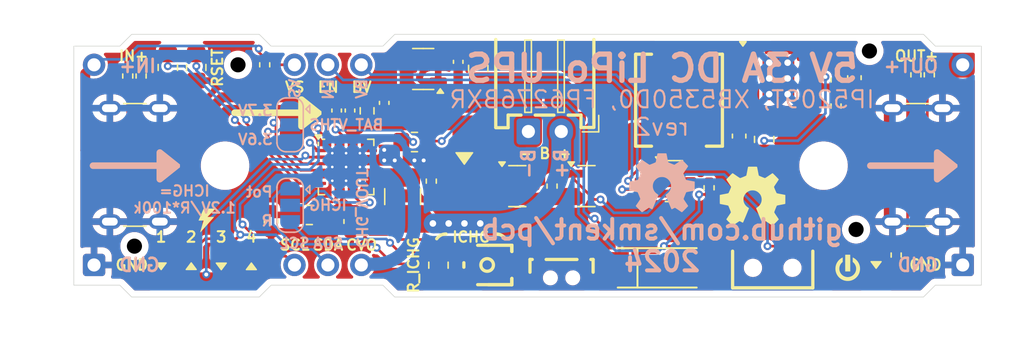
<source format=kicad_pcb>
(kicad_pcb (version 20240108) (generator "pcbnew") (generator_version "8.0")
  (layers (0 "F.Cu" signal) (31 "B.Cu" signal) (34 "B.Paste" user) (35 "F.Paste" user) (36 "B.SilkS" user "B.Silkscreen") (37 "F.SilkS" user "F.Silkscreen") (38 "B.Mask" user) (39 "F.Mask" user) (44 "Edge.Cuts" user))
  (net 0 "")
  (net 1 "B-")
  (net 2 "B+")
  (net 3 "BATVDD")
  (net 4 "GND")
  (net 5 "BOOST")
  (net 6 "VOUT")
  (net 7 "VIN")
  (net 8 "LOAD_SWITCH")
  (net 9 "SW")
  (net 10 "Net-(J1-CC1)")
  (net 11 "Net-(J1-CC2)")
  (net 12 "Net-(J2-CC1)")
  (net 13 "Net-(J2-CC2)")
  (net 14 "LED1")
  (net 15 "LED3")
  (net 16 "LED2")
  (net 17 "Net-(Q2-G)")
  (net 18 "FB")
  (net 19 "KEY")
  (net 20 "Net-(LED5-K)")
  (net 21 "Net-(LED6-A)")
  (net 22 "Net-(C6-Pad1)")
  (net 23 "Net-(C7-Pad1)")
  (net 24 "ICHG")
  (net 26 "BAT_SENSE")
  (net 27 "BAT_SENSE_ENABLE")
  (net 28 "Net-(Q3-D)")
  (net 29 "LIGHT")
  (net 30 "POWER_IN_SENSE")
  (net 31 "BOOST_SW")
  (net 32 "RSET")
  (net 37 "VREG")
  (net 38 "VTHS")
  (net 40 "Net-(JP2-B)")
  (net 41 "Net-(JP2-A)")
  (net 42 "CHARGE_VOUT")
  (net 43 "BOOST_OC")
  (net 44 "Net-(U1-NTC)")
  (footprint "custom:SOIC-8-1EP_3.9x4.9mm_P1.27mm_EP2.41x3.3mm_ThermalVias_CustomVias" (layer "F.Cu") (at 103.57 122.358)
    (property "Reference" "U3" (hide yes))
    (property "Value" "FP6276BXR-G1")
  )
  (footprint "Resistor_SMD:R_0402_1005Metric" (layer "F.Cu") (at 86.36 130.556 90)
    (property "Reference" "R7" (hide yes))
    (property "Value" "10K")
  )
  (footprint "graphics:oshw-logo-5mm" (layer "F.Cu") (at 101.6 131.318)
    (property "Reference" "G***" (hide yes))
    (property "Value" "LOGO" (hide yes))
  )
  (footprint "Capacitor_SMD:C_0603_1608Metric" (layer "F.Cu") (at 71.05 133.25 -90)
    (property "Reference" "C2" (hide yes))
    (property "Value" "22uF")
  )
  (footprint "custom:LED_0805_2012Metric_Pad1.15x1.40mm_HandSolder_simple" (layer "F.Cu") (at 58.928 136.652 -90)
    (property "Reference" "LED2" (hide yes))
    (property "Value" "~")
  )
  (footprint "graphics:icon-lightning-bolt-2mm" (layer "F.Cu") (at 60.071 133.1)
    (property "Reference" "G***" (hide yes))
    (property "Value" "LOGO" (hide yes))
  )
  (footprint "Resistor_SMD:R_0805_2012Metric_Pad1.20x1.40mm_HandSolder" (layer "F.Cu") (at 57.15 121.523 90)
    (property "Reference" "R20" (hide yes))
    (property "Value" "0R")
  )
  (footprint "Resistor_SMD:R_0402_1005Metric" (layer "F.Cu") (at 54.102 122.174 90)
    (property "Reference" "R11" (hide yes))
    (property "Value" "5K1")
  )
  (footprint "custom:LED_0805_2012Metric_Pad1.15x1.40mm_HandSolder_simple" (layer "F.Cu") (at 61.214 136.67 90)
    (property "Reference" "LED3" (hide yes))
    (property "Value" "~")
  )
  (footprint "lcsc:IND-SMD_L7.0-W6.6" (layer "F.Cu") (at 96.012 124.015 90)
    (property "Reference" "L2" (hide yes))
    (property "Value" "4.7uH")
  )
  (footprint "Resistor_SMD:R_0805_2012Metric_Pad1.20x1.40mm_HandSolder" (layer "F.Cu") (at 59.309 121.523 -90)
    (property "Reference" "R18" (hide yes))
    (property "Value" "10K")
  )
  (footprint "custom:jlcpcb-pcba-tooling-hole" (layer "F.Cu") (at 110.49 120.269)
    (property "Reference" "REF**" (hide yes))
    (property "Value" "jlcpcb-pcba-tooling-hole")
  )
  (footprint "Inductor_SMD:L_1210_3225Metric" (layer "F.Cu") (at 75 131.356 -90)
    (property "Reference" "L1" (hide yes))
    (property "Value" "1uH")
  )
  (footprint "custom:LED_0805_2012Metric_Pad1.15x1.40mm_HandSolder_simple" (layer "F.Cu") (at 56.642 136.661 90)
    (property "Reference" "LED1" (hide yes))
    (property "Value" "~")
  )
  (footprint "Resistor_SMD:R_0805_2012Metric_Pad1.20x1.40mm_HandSolder" (layer "F.Cu") (at 75.9 127.2)
    (property "Reference" "R2" (hide yes))
    (property "Value" "20R")
  )
  (footprint "custom:JST_XH_S2B-XH-2AW_1x02_P2.50mm_pad2gnd_trim" (layer "F.Cu") (at 85.81 126.4 180)
    (property "Reference" "BT1" (hide yes))
    (property "Value" "Battery_Cell")
  )
  (footprint "custom:jlcpcb-pcba-tooling-hole" (layer "F.Cu") (at 62.484 121.32)
    (property "Reference" "REF**" (hide yes))
    (property "Value" "jlcpcb-pcba-tooling-hole")
  )
  (footprint "custom:LED_0805_2012Metric_Pad1.15x1.40mm_HandSolder_simple" (layer "F.Cu") (at 63.5 136.661 -90)
    (property "Reference" "LED4" (hide yes))
    (property "Value" "~")
  )
  (footprint "Resistor_SMD:R_0402_1005Metric" (layer "F.Cu") (at 64.516 121.32 -90)
    (property "Reference" "R17" (hide yes))
    (property "Value" "10K")
  )
  (footprint "custom:jlcpcb-pcba-tooling-hole" (layer "F.Cu") (at 54.61 135.128)
    (property "Reference" "REF**" (hide yes))
    (property "Value" "jlcpcb-pcba-tooling-hole")
  )
  (footprint "Resistor_SMD:R_0402_1005Metric" (layer "F.Cu") (at 107.95 124.46 -90)
    (property "Reference" "R9" (hide yes))
    (property "Value" "10K")
  )
  (footprint "lcsc:SW-SMD_BZCN_TSA002A35XXX" (layer "F.Cu") (at 87.083 137.041 180)
    (property "Reference" "SW1" (hide yes))
    (property "Value" "SW_Push")
  )
  (footprint "Package_TO_SOT_SMD:SOT-23" (layer "F.Cu") (at 83.7195 130.559)
    (property "Reference" "Q1" (hide yes))
    (property "Value" "AO3401A")
  )
  (footprint "Capacitor_SMD:C_0603_1608Metric" (layer "F.Cu") (at 109.347 122.301 -90)
    (property "Reference" "C11" (hide yes))
    (property "Value" "22uF")
  )
  (footprint "Resistor_SMD:R_0402_1005Metric" (layer "F.Cu") (at 92.964 130.683 -90)
    (property "Reference" "R16" (hide yes))
    (property "Value" "10K")
  )
  (footprint "custom:USB_C_Receptacle_GCT_USB4125-xx-x_6P_TopMnt_Horizontal_handsolder" (layer "F.Cu") (at 53.54 128.94 -90)
    (property "Reference" "J1" (hide yes))
    (property "Value" "USB_C_Receptacle_PowerOnly_6P")
  )
  (footprint "Resistor_SMD:R_0402_1005Metric" (layer "F.Cu") (at 112.522 135.805 -90)
    (property "Reference" "R10" (hide yes))
    (property "Value" "10K")
  )
  (footprint "custom:jlcpcb-pcba-tooling-hole" (layer "F.Cu") (at 109.474 133.858)
    (property "Reference" "REF**" (hide yes))
    (property "Value" "jlcpcb-pcba-tooling-hole")
  )
  (footprint "Resistor_SMD:R_0402_1005Metric" (layer "F.Cu") (at 115.04 122.082 -90)
    (property "Reference" "R13" (hide yes))
    (property "Value" "10K")
  )
  (footprint "Capacitor_SMD:C_0603_1608Metric" (layer "F.Cu") (at 65 133.225 -90)
    (property "Reference" "C7" (hide yes))
    (property "Value" "22uF")
  )
  (footprint "Capacitor_SMD:C_0402_1005Metric" (layer "F.Cu") (at 69.984 124.8 90)
    (property "Reference" "C1" (hide yes))
    (property "Value" "10uF")
  )
  (footprint "graphics:icon-power-2mm" (layer "F.Cu") (at 108.839 136.779)
    (property "Reference" "G***" (hide yes))
    (property "Value" "LOGO" (hide yes))
  )
  (footprint "MountingHole:MountingHole_3.2mm_M3" (layer "F.Cu") (at 107 129)
    (property "Reference" "REF**" (hide yes))
    (property "Value" "MountingHole_3.2mm_M3" (hide yes))
  )
  (footprint "lcsc:LED-SMD_3P-L5.7-W3.0-RD" (layer "F.Cu") (at 94.315 136.779)
    (property "Reference" "LED5" (hide yes))
    (property "Value" "~")
  )
  (footprint "Resistor_SMD:R_0402_1005Metric" (layer "F.Cu") (at 98.298 130.683 90)
    (property "Reference" "R15" (hide yes))
    (property "Value" "10K")
  )
  (footprint "Resistor_SMD:R_0603_1608Metric" (layer "F.Cu") (at 72.3 124.825 90)
    (property "Reference" "R3" (hide yes))
    (property "Value" "2R")
  )
  (footprint "custom:USB_C_Receptacle_GCT_USB4125-xx-x_6P_TopMnt_Horizontal_handsolder" (layer "F.Cu") (at 115.24 128.94 90)
    (property "Reference" "J2" (hide yes))
    (property "Value" "USB_C_Receptacle_PowerOnly_6P")
  )
  (footprint "Resistor_SMD:R_0805_2012Metric_Pad1.20x1.40mm_HandSolder" (layer "F.Cu") (at 77.724 136.576 -90)
    (property "Reference" "R1" (hide yes))
    (property "Value" "120K")
  )
  (footprint "Resistor_SMD:R_0805_2012Metric_Pad1.20x1.40mm_HandSolder" (layer "F.Cu") (at 80.75 121.59 90)
    (property "Reference" "R5" (hide yes))
    (property "Value" "100R")
  )
  (footprint "Resistor_SMD:R_0402_1005Metric" (layer "F.Cu") (at 77.18 130.178 -90)
    (property "Reference" "R6" (hide yes))
    (property "Value" "10K")
  )
  (footprint "lcsc:RES-ADJ-SMD_VG039NCH" (layer "F.Cu") (at 81.406 136.56 180)
    (property "Reference" "RV1" (hide yes))
    (property "Value" "R_Potentiometer_US")
  )
  (footprint "Capacitor_SMD:C_0603_1608Metric" (layer "F.Cu") (at 100.584 126.746 -90)
    (property "Reference" "C10" (hide yes))
    (property "Value" "22uF")
  )
  (footprint "Package_TO_SOT_SMD:SOT-23" (layer "F.Cu") (at 95.631 130.175)
    (property "Reference" "Q3" (hide yes))
    (property "Value" "BSS138")
  )
  (footprint "Package_TO_SOT_SMD:SOT-23-3" (layer "F.Cu") (at 76.5645 121.64 180)
    (property "Reference" "U2" (hide yes))
    (property "Value" "XB3306D")
  )
  (footprint "Resistor_SMD:R_0402_1005Metric" (layer "F.Cu") (at 107.95 122.4768 -90)
    (property "Reference" "R8" (hide yes))
    (property "Value" "75K")
  )
  (footprint "Resistor_SMD:R_0402_1005Metric" (layer "F.Cu") (at 114.024 122.084 -90)
    (property "Reference" "R14" (hide yes))
    (property "Value" "10K")
  )
  (footprint "custom:D_SMA_simple" (layer "F.Cu") (at 79.703 128.432 90)
    (property "Reference" "D1" (hide yes))
    (property "Value" "SS34")
  )
  (footprint "Capacitor_SMD:C_0402_1005Metric" (layer "F.Cu") (at 73.6 124.22 -90)
    (property "Reference" "C6" (hide yes))
    (property "Value" "10uF")
  )
  (footprint "Capacitor_SMD:C_0402_1005Metric" (layer "F.Cu") (at 71 124.8 90)
    (property "Reference" "C3" (hide yes))
    (property "Value" "100nF")
  )
  (footprint "lcsc:SW-SMD_3P-P1.50_L2.7-W6.6" (layer "F.Cu") (at 103.136 136.319)
    (property "Reference" "SW2" (hide yes))
    (property "Value" "SW_SPDT")
  )
  (footprint "Package_TO_SOT_SMD:SOT-23" (layer "F.Cu") (at 88.9785 130.556)
    (property "Reference" "Q2" (hide yes))
    (property "Value" "AO3401A")
  )
  (footprint "Package_DFN_QFN:QFN-24-1EP_4x4mm_P0.5mm_EP2.6x2.6mm_ThermalVias" (layer "F.Cu") (at 70.702 129.0995)
    (property "Reference" "U1" (hide yes))
    (property "Value" "IP5209T")
  )
  (footprint "MountingHole:MountingHole_3.2mm_M3" (layer "F.Cu") (at 61.5 129)
    (property "Reference" "REF**" (hide yes))
    (property "Value" "MountingHole_3.2mm_M3" (hide yes))
  )
  (footprint "Resistor_SMD:R_0402_1005Metric" (layer "F.Cu") (at 55.118 122.174 90)
    (property "Reference" "R12" (hide yes))
    (property "Value" "5K1")
  )
  (footprint "custom:LED_0805_2012Metric_Pad1.15x1.40mm_HandSolder_simple" (layer "F.Cu") (at 110.998 136.56 90)
    (property "Reference" "LED6" (hide yes))
    (property "Value" "Boost")
  )
  (footprint "Resistor_SMD:R_0805_2012Metric_Pad1.20x1.40mm_HandSolder" (layer "F.Cu") (at 102.489 127 -90)
    (property "Reference" "R19" (hide yes))
    (property "Value" "47K")
  )
  (footprint "Resistor_SMD:R_0805_2012Metric_Pad1.20x1.40mm_HandSolder" (layer "F.Cu") (at 67.908 132.75 180)
    (property "Reference" "R4" (hide yes))
    (property "Value" "0R5")
  )
  (footprint "Capacitor_SMD:C_0402_1005Metric" (layer "F.Cu") (at 79.226 121.094 90)
    (property "Reference" "C9" (hide yes))
    (property "Value" "0.1uF")
  )
  (footprint "custom:PinHeader_1x01_P2.54mm_simple" (layer "B.Cu") (at 117.58 121.32 180)
    (property "Reference" "J8" (hide yes))
    (property "Value" "Conn_01x01")
  )
  (footprint "custom:PinHeader_1x03_P2.54mm_Vertical_simple" (layer "B.Cu") (at 71.86 121.32 90)
    (property "Reference" "J9" (hide yes))
    (property "Value" "Conn_01x03")
  )
  (footprint "custom:PinHeader_1x01_P2.54mm_simple_square" (layer "B.Cu") (at 51.54 136.56 180)
    (property "Reference" "J11" (hide yes))
    (property "Value" "Conn_01x01")
  )
  (footprint "custom:PinHeader_1x01_P2.54mm_simple_square" (layer "B.Cu") (at 117.58 136.56 180)
    (property "Reference" "J12" (hide yes))
    (property "Value" "Conn_01x01")
  )
  (footprint "custom:PinHeader_1x01_P2.54mm_simple" (layer "B.Cu") (at 51.54 121.32 180)
    (property "Reference" "J5" (hide yes))
    (property "Value" "Conn_01x01")
  )
  (footprint "Jumper:SolderJumper-3_P1.3mm_Open_RoundedPad1.0x1.5mm" (layer "B.Cu") (at 66.446 132.018 -90)
    (property "Reference" "JP2" (hide yes))
    (property "Value" "SolderJumper_3_Open")
  )
  (footprint "Jumper:SolderJumper-3_P1.3mm_Open_RoundedPad1.0x1.5mm" (layer "B.Cu") (at 66.446 125.892 -90)
    (property "Reference" "JP1" (hide yes))
    (property "Value" "SolderJumper_3_Open")
  )
  (footprint "graphics:oshw-logo-5mm" (layer "B.Cu") (at 94.72 130.302 180)
    (property "Reference" "G***" (hide yes))
    (property "Value" "LOGO" (hide yes))
  )
  (footprint "custom:PinHeader_1x03_P2.54mm_Vertical_simple" (layer "B.Cu") (at 66.78 136.56 -90)
    (property "Reference" "J3" (hide yes))
    (property "Value" "Conn_01x03")
  )
  (gr_line (start 110.56 129) (end 115.64 129) (stroke (width 0.5)) (layer "B.SilkS"))
  (gr_poly (pts (xy 115.64 128) (xy 116.91 129.016) (xy 115.64 130.032)) (stroke (width 0.5)) (fill solid) (layer "B.SilkS"))
  (gr_line (start 51.46 129) (end 56.54 129) (stroke (width 0.5)) (layer "B.SilkS"))
  (gr_poly (pts (xy 56.54 128) (xy 57.81 129.016) (xy 56.54 130.032)) (stroke (width 0.5)) (fill solid) (layer "B.SilkS"))
  (gr_line (start 62.23 124.968) (end 67.31 124.968) (stroke (width 0.5)) (layer "F.SilkS"))
  (gr_poly (pts (xy 67.31 123.968) (xy 68.58 124.984) (xy 67.31 126)) (stroke (width 0.5)) (fill solid) (layer "F.SilkS"))
  (gr_arc (start 77.591195 134.564318) (mid 77.900851 134.295102) (end 78.3 134.2) (stroke (width 0.25)) (layer "F.SilkS"))
  (gr_arc (start 82.100851 134.2) (mid 82.5 134.295102) (end 82.809656 134.564318) (stroke (width 0.25)) (layer "F.SilkS"))
  (gr_poly (pts (xy 50 119.9) (xy 53.5 119.9) (xy 54.4 119) (xy 64.1 119) (xy 65 119.9) (xy 73.5 119.9) (xy 74.4 119) (xy 114.6 119) (xy 115.5 119.9) (xy 119 119.9) (xy 119 138.1) (xy 115.5 138.1) (xy 114.6 139) (xy 74.4 139) (xy 73.5 138.1) (xy 65 138.1) (xy 64.1 139) (xy 54.4 139) (xy 53.5 138.1) (xy 50 138.1)) (stroke (width 0.05)) (fill none) (layer "Edge.Cuts"))
  (gr_text "IP5209T, XB5350D0, FP6276BXR\nrev2" (at 94.72 123.2 0) (layer "B.SilkS") (effects (font (size 1.3 1.3) (thickness 0.1625)) (justify top mirror)))
  (gr_text "ICHG" (at 67.818 132.018 0) (layer "B.SilkS") (effects (font (size 0.8 0.8) (thickness 0.16) (bold yes)) (justify right mirror)))
  (gr_text "SCL" (at 66.802 135.382 0) (layer "B.SilkS") (effects (font (size 0.8 0.8) (thickness 0.16) (bold yes)) (justify bottom mirror)))
  (gr_text "R" (at 65.2 133.2 0) (layer "B.SilkS") (effects (font (size 0.8 0.8) (thickness 0.16) (bold yes)) (justify left mirror)))
  (gr_text "IN+" (at 53.34 121.412 0) (layer "B.SilkS") (effects (font (size 1 1) (thickness 0.2) (bold yes)) (justify right mirror)))
  (gr_text "3.7V" (at 65.2 124.8 0) (layer "B.SilkS") (effects (font (size 0.8 0.8) (thickness 0.16) (bold yes)) (justify left mirror)))
  (gr_text "github.com/smkent/pcb\n2024" (at 94.72 133 0) (layer "B.SilkS") (effects (font (size 1.5 1.5) (thickness 0.3) (bold yes)) (justify top mirror)))
  (gr_text "GND" (at 53.34 136.56 0) (layer "B.SilkS") (effects (font (size 1 1) (thickness 0.2) (bold yes)) (justify right mirror)))
  (gr_text "BV" (at 71.882 122.301 90) (layer "B.SilkS") (effects (font (size 0.8 0.8) (thickness 0.16) (bold yes)) (justify left mirror)))
  (gr_text "ICHG=\n1.2V/R*100k" (at 58.42 131.572 0) (layer "B.SilkS") (effects (font (size 0.8 0.8) (thickness 0.16) (bold yes)) (justify mirror)))
  (gr_text "Pot" (at 65.2 131 0) (layer "B.SilkS") (effects (font (size 0.8 0.8) (thickness 0.16) (bold yes)) (justify left mirror)))
  (gr_text "5V 3A DC LiPo UPS" (at 94.72 121.6 0) (layer "B.SilkS") (effects (font (size 2 2) (thickness 0.4) (bold yes)) (justify mirror)))
  (gr_text "CHG_VOUT" (at 71.882 135.382 270) (layer "B.SilkS") (effects (font (size 0.8 0.8) (thickness 0.16) (bold yes)) (justify left mirror)))
  (gr_text "3.6V" (at 65.2 127 0) (layer "B.SilkS") (effects (font (size 0.8 0.8) (thickness 0.16) (bold yes)) (justify left mirror)))
  (gr_text "VS" (at 66.802 122.301 90) (layer "B.SilkS") (effects (font (size 0.8 0.8) (thickness 0.16) (bold yes)) (justify left mirror)))
  (gr_text "OUT+" (at 115.824 121.412 0) (layer "B.SilkS") (effects (font (size 1 1) (thickness 0.2) (bold yes)) (justify left mirror)))
  (gr_text "B-" (at 84.56 127.6 90) (layer "B.SilkS") (effects (font (size 1 1) (thickness 0.2) (bold yes)) (justify left mirror)))
  (gr_text "BAT_VTHS" (at 67.818 125.892 0) (layer "B.SilkS") (effects (font (size 0.8 0.8) (thickness 0.16) (bold yes)) (justify right mirror)))
  (gr_text "GND" (at 115.824 136.56 0) (layer "B.SilkS") (effects (font (size 1 1) (thickness 0.2) (bold yes)) (justify left mirror)))
  (gr_text "EN" (at 69.342 122.301 90) (layer "B.SilkS") (effects (font (size 0.8 0.8) (thickness 0.16) (bold yes)) (justify left mirror)))
  (gr_text "SDA" (at 69.342 135.382 0) (layer "B.SilkS") (effects (font (size 0.8 0.8) (thickness 0.16) (bold yes)) (justify bottom mirror)))
  (gr_text "B+" (at 87.06 127.6 90) (layer "B.SilkS") (effects (font (size 1 1) (thickness 0.2) (bold yes)) (justify left mirror)))
  (gr_text "CVO" (at 71.882 135.509 0) (layer "F.SilkS") (effects (font (size 0.8 0.8) (thickness 0.16) (bold yes)) (justify bottom)))
  (gr_text "SCL" (at 66.802 135.509 0) (layer "F.SilkS") (effects (font (size 0.8 0.8) (thickness 0.16) (bold yes)) (justify bottom)))
  (gr_text "2" (at 58.928 134.9 0) (layer "F.SilkS") (effects (font (size 0.8 0.8) (thickness 0.16) (bold yes)) (justify bottom)))
  (gr_text "OUT+" (at 115.824 120.65 0) (layer "F.SilkS") (effects (font (size 0.8 0.8) (thickness 0.16) (bold yes)) (justify right)))
  (gr_text "- B +" (at 85.81 127.6 0) (layer "F.SilkS") (effects (font (size 0.8 0.8) (thickness 0.16) (bold yes)) (justify top)))
  (gr_text "BV" (at 71.882 122.555 0) (layer "F.SilkS") (effects (font (size 0.8 0.8) (thickness 0.16) (bold yes)) (justify top)))
  (gr_text "3" (at 61.214 134.9 0) (layer "F.SilkS") (effects (font (size 0.8 0.8) (thickness 0.16) (bold yes)) (justify bottom)))
  (gr_text "GND" (at 116.078 136.56 0) (layer "F.SilkS") (effects (font (size 0.8 0.8) (thickness 0.16) (bold yes)) (justify right)))
  (gr_text "GND" (at 53.086 136.56 0) (layer "F.SilkS") (effects (font (size 0.8 0.8) (thickness 0.16) (bold yes)) (justify left)))
  (gr_text "VS" (at 66.802 122.555 0) (layer "F.SilkS") (effects (font (size 0.8 0.8) (thickness 0.16) (bold yes)) (justify top)))
  (gr_text "IN+" (at 53.34 120.65 0) (layer "F.SilkS") (effects (font (size 0.8 0.8) (thickness 0.16) (bold yes)) (justify left)))
  (gr_text "1" (at 56.642 134.9 0) (layer "F.SilkS") (effects (font (size 0.8 0.8) (thickness 0.16) (bold yes)) (justify bottom)))
  (gr_text "EN" (at 69.342 122.555 0) (layer "F.SilkS") (effects (font (size 0.8 0.8) (thickness 0.16) (bold yes)) (justify top)))
  (gr_text "R_ICHG" (at 76.3 136.576 90) (layer "F.SilkS") (effects (font (size 0.8 0.8) (thickness 0.16) (bold yes)) (justify bottom)))
  (gr_text "RSET" (at 60.452 121.539 90) (layer "F.SilkS") (effects (font (size 0.8 0.8) (thickness 0.16) (bold yes)) (justify top)))
  (gr_text "ICHG" (at 80.2 134.9 0) (layer "F.SilkS") (effects (font (size 0.8 0.8) (thickness 0.16) (bold yes)) (justify bottom)))
  (gr_text "SDA" (at 69.342 135.509 0) (layer "F.SilkS") (effects (font (size 0.8 0.8) (thickness 0.16) (bold yes)) (justify bottom)))
  (gr_text "4" (at 63.5 134.9 0) (layer "F.SilkS") (effects (font (size 0.8 0.8) (thickness 0.16) (bold yes)) (justify bottom)))
  (segment (start 97.135 136.505) (end 95.758 135.128) (width 0.2) (layer "F.Cu") (net 2))
  (segment (start 87.2 126.4) (end 87.3 126.5) (width 0.2) (layer "F.Cu") (net 2))
  (segment (start 96.673 136.449) (end 96.673 136.779) (width 0.2) (layer "F.Cu") (net 2))
  (segment (start 97.536 131.191) (end 98.296 131.191) (width 0.2) (layer "F.Cu") (net 2))
  (segment (start 87.06 126.4) (end 87.2 126.4) (width 0.2) (layer "F.Cu") (net 2))
  (segment (start 95.758 135.128) (end 94.869 135.128) (width 0.2) (layer "F.Cu") (net 2))
  (segment (start 98.296 131.191) (end 98.298 131.193) (width 0.2) (layer "F.Cu") (net 2))
  (segment (start 97.135 136.779) (end 97.135 136.505) (width 0.2) (layer "F.Cu") (net 2))
  (via (at 78.5 133.4) (size 1) (drill 0.5) (layers "F.Cu" "B.Cu") (net 2))
  (via (at 77.3 133.4) (size 1) (drill 0.5) (layers "F.Cu" "B.Cu") (net 2))
  (via (at 94.869 135.128) (size 0.6) (drill 0.3) (layers "F.Cu" "B.Cu") (net 2))
  (via (at 80.9 133.4) (size 1) (drill 0.5) (layers "F.Cu" "B.Cu") (net 2))
  (via (at 79.7 133.4) (size 1) (drill 0.5) (layers "F.Cu" "B.Cu") (net 2))
  (via (at 97.536 131.191) (size 0.6) (drill 0.3) (layers "F.Cu" "B.Cu") (net 2))
  (segment (start 87.06 128.4) (end 87.06 126.4) (width 1.5) (layer "B.Cu") (net 2))
  (segment (start 94.869 135.128) (end 97.536 132.461) (width 0.2) (layer "B.Cu") (net 2))
  (segment (start 97.536 132.461) (end 97.536 131.191) (width 0.2) (layer "B.Cu") (net 2))
  (segment (start 94.869 135.128) (end 94.523 135.474) (width 0.2) (layer "B.Cu") (net 2))
  (segment (start 80.9 133.4) (end 82.06 133.4) (width 1.5) (layer "B.Cu") (net 2))
  (segment (start 94.523 135.474) (end 91.191471 135.474) (width 0.2) (layer "B.Cu") (net 2))
  (segment (start 91.191471 135.474) (end 88.373 132.655529) (width 0.2) (layer "B.Cu") (net 2))
  (segment (start 80.9 133.4) (end 77.356177 133.4) (width 1.5) (layer "B.Cu") (net 2))
  (segment (start 88.373 129.713) (end 87.06 128.4) (width 0.2) (layer "B.Cu") (net 2))
  (segment (start 77.356177 133.4) (end 77.35617 133.400612) (width 1.5) (layer "B.Cu") (net 2))
  (segment (start 88.373 132.655529) (end 88.373 129.713) (width 0.2) (layer "B.Cu") (net 2))
  (arc (start 87.06 128.4) (mid 85.595534 131.935534) (end 82.06 133.4) (width 1.5) (layer "B.Cu") (net 2))
  (segment (start 111.96 124.9) (end 112.24 124.62) (width 0.75) (layer "F.Cu") (net 4))
  (segment (start 69.477 130.3245) (end 69.652 130.1495) (width 0.2) (layer "F.Cu") (net 4))
  (segment (start 56.54 124.62) (end 56.54 125.91) (width 0.2) (layer "F.Cu") (net 4))
  (segment (start 56.54 125.91) (end 56.82 126.19) (width 0.2) (layer "F.Cu") (net 4))
  (segment (start 56.54 131.97) (end 56.82 131.69) (width 0.2) (layer "F.Cu") (net 4))
  (segment (start 71.952 131.037) (end 71.927 131.012) (width 0.2) (layer "F.Cu") (net 4))
  (segment (start 111.96 132.98) (end 112.24 133.26) (width 0.75) (layer "F.Cu") (net 4))
  (segment (start 71.927 130.3245) (end 71.752 130.1495) (width 0.2) (layer "F.Cu") (net 4))
  (segment (start 71.927 131.012) (end 71.927 130.3245) (width 0.2) (layer "F.Cu") (net 4))
  (segment (start 69.477 131.012) (end 69.477 130.3245) (width 0.2) (layer "F.Cu") (net 4))
  (segment (start 69.452 131.037) (end 69.477 131.012) (width 0.2) (layer "F.Cu") (net 4))
  (segment (start 111.96 131.69) (end 111.96 132.98) (width 0.75) (layer "F.Cu") (net 4))
  (segment (start 111.96 126.19) (end 111.96 124.9) (width 0.75) (layer "F.Cu") (net 4))
  (segment (start 56.54 133.26) (end 56.54 131.97) (width 0.2) (layer "F.Cu") (net 4))
  (via (at 76.6 128.6) (size 0.6) (drill 0.3) (layers "F.Cu" "B.Cu") (net 4))
  (via (at 75.9 128.6) (size 0.6) (drill 0.3) (layers "F.Cu" "B.Cu") (net 4))
  (segment (start 114.024 121.574) (end 115.038 121.574) (width 0.75) (layer "F.Cu") (net 6))
  (segment (start 112.78 127.42) (end 113.665 126.535) (width 0.75) (layer "F.Cu") (net 6))
  (segment (start 113.665 123.439) (end 113.541166 123.439) (width 0.75) (layer "F.Cu") (net 6))
  (segment (start 112.242648 130.46) (end 111.96 130.46) (width 0.2) (layer "F.Cu") (net 6))
  (segment (start 113.39 134.427) (end 113.39 131.607352) (width 0.2) (layer "F.Cu") (net 6))
  (segment (start 115.04 121.572) (end 117.328 121.572) (width 0.75) (layer "F.Cu") (net 6))
  (segment (start 111.96 130.46) (end 111.11449 130.46) (width 0.75) (layer "F.Cu") (net 6))
  (segment (start 113.129 121.84001) (end 113.39501 121.574) (width 0.75) (layer "F.Cu") (net 6))
  (segment (start 112.522 135.295) (end 113.39 134.427) (width 0.2) (layer "F.Cu") (net 6))
  (segment (start 111.96 127.42) (end 112.78 127.42) (width 0.75) (layer "F.Cu") (net 6))
  (segment (start 113.129 123.026834) (end 113.129 121.84001) (width 0.75) (layer "F.Cu") (net 6))
  (segment (start 110.585 127.715) (end 110.88 127.42) (width 0.75) (layer "F.Cu") (net 6))
  (segment (start 110.88 127.42) (end 111.96 127.42) (width 0.75) (layer "F.Cu") (net 6))
  (segment (start 111.11449 130.46) (end 110.585 129.93051) (width 0.75) (layer "F.Cu") (net 6))
  (segment (start 113.39 131.607352) (end 112.242648 130.46) (width 0.2) (layer "F.Cu") (net 6))
  (segment (start 115.038 121.574) (end 115.04 121.572) (width 0.75) (layer "F.Cu") (net 6))
  (segment (start 110.585 127.94949) (end 110.585 127.715) (width 0.75) (layer "F.Cu") (net 6))
  (segment (start 110.585 129.93051) (end 110.585 127.94949) (width 0.75) (layer "F.Cu") (net 6))
  (segment (start 117.328 121.572) (end 117.58 121.32) (width 0.75) (layer "F.Cu") (net 6))
  (segment (start 110.585 122.333) (end 110.585 127.94949) (width 0.75) (layer "F.Cu") (net 6))
  (segment (start 111.598 121.32) (end 110.585 122.333) (width 0.75) (layer "F.Cu") (net 6))
  (segment (start 113.665 126.535) (end 113.665 123.439) (width 0.75) (layer "F.Cu") (net 6))
  (segment (start 117.58 121.32) (end 111.598 121.32) (width 0.75) (layer "F.Cu") (net 6))
  (segment (start 113.541166 123.439) (end 113.129 123.026834) (width 0.75) (layer "F.Cu") (net 6))
  (segment (start 113.39501 121.574) (end 114.024 121.574) (width 0.75) (layer "F.Cu") (net 6))
  (segment (start 68.617437 125.28) (end 67.137437 123.8) (width 0.75) (layer "F.Cu") (net 7))
  (segment (start 64.059314 120.353314) (end 64.516 120.81) (width 0.2) (layer "F.Cu") (net 7))
  (segment (start 77.18 129.668) (end 77.18 128.82) (width 0.2) (layer "F.Cu") (net 7))
  (segment (start 50.875 121.985) (end 51.54 121.32) (width 0.75) (layer "F.Cu") (net 7))
  (segment (start 56.82 130.46) (end 53.498 130.46) (width 0.75) (layer "F.Cu") (net 7))
  (segment (start 56.82 130.46) (end 57.66551 130.46) (width 0.75) (layer "F.Cu") (net 7))
  (segment (start 67.137437 123.8) (end 64.2 123.8) (width 0.75) (layer "F.Cu") (net 7))
  (segment (start 77.18 128.82) (end 79.568 126.432) (width 0.2) (layer "F.Cu") (net 7))
  (segment (start 58.195 127.94949) (end 57.66551 127.42) (width 0.75) (layer "F.Cu") (net 7))
  (segment (start 50.875 127.837) (end 50.875 121.985) (width 0.75) (layer "F.Cu") (net 7))
  (segment (start 64.059314 120.090686) (end 64.059314 120.353314) (width 0.2) (layer "F.Cu") (net 7))
  (segment (start 53.498 130.46) (end 50.875 127.837) (width 0.75) (layer "F.Cu") (net 7))
  (segment (start 64.2 123.8) (end 61.28551 123.8) (width 0.75) (layer "F.Cu") (net 7))
  (segment (start 79.568 126.432) (end 79.703 126.432) (width 0.2) (layer "F.Cu") (net 7))
  (segment (start 69.984 125.28) (end 68.617437 125.28) (width 0.75) (layer "F.Cu") (net 7))
  (segment (start 61.28551 123.8) (end 57.66551 127.42) (width 0.75) (layer "F.Cu") (net 7))
  (segment (start 58.195 129.93051) (end 58.195 127.94949) (width 0.75) (layer "F.Cu") (net 7))
  (segment (start 57.66551 127.42) (end 56.82 127.42) (width 0.75) (layer "F.Cu") (net 7))
  (segment (start 57.66551 130.46) (end 58.195 129.93051) (width 0.75) (layer "F.Cu") (net 7))
  (via (at 64.059314 120.090686) (size 0.6) (drill 0.3) (layers "F.Cu" "B.Cu") (net 7))
  (segment (start 51.956 120.904) (end 51.54 121.32) (width 0.2) (layer "B.Cu") (net 7))
  (segment (start 64.059314 120.090686) (end 63.856628 119.888) (width 0.2) (layer "B.Cu") (net 7))
  (segment (start 54.864 119.888) (end 53.848 120.904) (width 0.2) (layer "B.Cu") (net 7))
  (segment (start 63.856628 119.888) (end 54.864 119.888) (width 0.2) (layer "B.Cu") (net 7))
  (segment (start 53.848 120.904) (end 51.956 120.904) (width 0.2) (layer "B.Cu") (net 7))
  (segment (start 54.502 123.3) (end 55.118 122.684) (width 0.2) (layer "F.Cu") (net 10))
  (segment (start 55.585686 128.44) (end 54.502 127.356314) (width 0.2) (layer "F.Cu") (net 10))
  (segment (start 56.82 128.44) (end 55.585686 128.44) (width 0.2) (layer "F.Cu") (net 10))
  (segment (start 54.502 127.356314) (end 54.502 123.3) (width 0.2) (layer "F.Cu") (net 10))
  (segment (start 56.02 129.44) (end 54.102 127.522) (width 0.2) (layer "F.Cu") (net 11))
  (segment (start 54.102 127.522) (end 54.102 122.684) (width 0.2) (layer "F.Cu") (net 11))
  (segment (start 56.82 129.44) (end 56.02 129.44) (width 0.2) (layer "F.Cu") (net 11))
  (segment (start 115.04 122.592) (end 114.89 122.742) (width 0.2) (layer "F.Cu") (net 12))
  (segment (start 114.89 127.31) (end 112.76 129.44) (width 0.2) (layer "F.Cu") (net 12))
  (segment (start 112.76 129.44) (end 111.96 129.44) (width 0.2) (layer "F.Cu") (net 12))
  (segment (start 114.89 122.742) (end 114.89 127.31) (width 0.2) (layer "F.Cu") (net 12))
  (segment (start 114.49 127.144314) (end 114.49 123.06) (width 0.2) (layer "F.Cu") (net 13))
  (segment (start 113.194314 128.44) (end 114.49 127.144314) (width 0.2) (layer "F.Cu") (net 13))
  (segment (start 114.49 123.06) (end 114.024 122.594) (width 0.2) (layer "F.Cu") (net 13))
  (segment (start 111.96 128.44) (end 113.194314 128.44) (width 0.2) (layer "F.Cu") (net 13))
  (segment (start 68.578058 126.154114) (end 68.578058 126.288058) (width 0.2) (layer "F.Cu") (net 14))
  (segment (start 68.578058 126.288058) (end 69.452 127.162) (width 0.2) (layer "F.Cu") (net 14))
  (segment (start 63.754 135.89) (end 66.11 135.89) (width 0.2) (layer "F.Cu") (net 14))
  (segment (start 63.594753 134.241753) (end 63.594753 135.541247) (width 0.2) (layer "F.Cu") (net 14))
  (segment (start 66.11 135.89) (end 66.78 136.56) (width 0.2) (layer "F.Cu") (net 14))
  (segment (start 62.83 133.477) (end 63.594753 134.241753) (width 0.2) (layer "F.Cu") (net 14))
  (segment (start 63.594753 135.541247) (end 63.5 135.636) (width 0.2) (layer "F.Cu") (net 14))
  (segment (start 63.5 135.636) (end 63.754 135.89) (width 0.2) (layer "F.Cu") (net 14))
  (via (at 68.578058 126.154114) (size 0.6) (drill 0.3) (layers "F.Cu" "B.Cu") (net 14))
  (via (at 62.83 133.477) (size 0.6) (drill 0.3) (layers "F.Cu" "B.Cu") (net 14))
  (segment (start 62.63 131.934) (end 62.63 133.277) (width 0.2) (layer "B.Cu") (net 14))
  (segment (start 62.63 133.277) (end 62.83 133.477) (width 0.2) (layer "B.Cu") (net 14))
  (segment (start 68.606403 126.182459) (end 68.606403 128.641812) (width 0.2) (layer "B.Cu") (net 14))
  (segment (start 67.943215 129.305) (end 65.259 129.305) (width 0.2) (layer "B.Cu") (net 14))
  (segment (start 68.578058 126.154114) (end 68.606403 126.182459) (width 0.2) (layer "B.Cu") (net 14))
  (segment (start 68.606403 128.641812) (end 67.943215 129.305) (width 0.2) (layer "B.Cu") (net 14))
  (segment (start 65.259 129.305) (end 62.63 131.934) (width 0.2) (layer "B.Cu") (net 14))
  (segment (start 68.7645 128.3495) (end 68.7645 128.3645) (width 0.2) (layer "F.Cu") (net 15))
  (segment (start 68.7645 128.3495) (end 67.728306 128.3495) (width 0.2) (layer "F.Cu") (net 15))
  (segment (start 67.728306 128.3495) (end 67.606403 128.227597) (width 0.2) (layer "F.Cu") (net 15))
  (segment (start 68.7645 128.3645) (end 68.8 128.4) (width 0.2) (layer "F.Cu") (net 15))
  (via (at 67.606403 128.227597) (size 0.6) (drill 0.3) (layers "F.Cu" "B.Cu") (net 15))
  (via (at 60.071 137.287) (size 0.6) (drill 0.3) (layers "F.Cu" "B.Cu") (net 15))
  (segment (start 67.329 128.505) (end 67.606403 128.227597) (width 0.2) (layer "B.Cu") (net 15))
  (segment (start 60.071 137.287) (end 60.071 133.35) (width 0.2) (layer "B.Cu") (net 15))
  (segment (start 60.071 133.35) (end 64.916 128.505) (width 0.2) (layer "B.Cu") (net 15))
  (segment (start 64.916 128.505) (end 67.329 128.505) (width 0.2) (layer "B.Cu") (net 15))
  (segment (start 62.660929 134.258932) (end 62.357923 134.561938) (width 0.2) (layer "F.Cu") (net 16))
  (segment (start 62.357923 134.561938) (end 59.993062 134.561938) (width 0.2) (layer "F.Cu") (net 16))
  (segment (start 68.7645 127.8495) (end 68.5405 127.8495) (width 0.2) (layer "F.Cu") (net 16))
  (segment (start 59.993062 134.561938) (end 58.928 135.627) (width 0.2) (layer "F.Cu") (net 16))
  (segment (start 68.5405 127.8495) (end 67.945 127.254) (width 0.2) (layer "F.Cu") (net 16))
  (via (at 67.945 127.254) (size 0.6) (drill 0.3) (layers "F.Cu" "B.Cu") (net 16))
  (via (at 62.660929 134.258932) (size 0.6) (drill 0.3) (layers "F.Cu" "B.Cu") (net 16))
  (segment (start 62.23 133.828003) (end 62.23 131.756686) (width 0.2) (layer "B.Cu") (net 16))
  (segment (start 67.777529 128.905) (end 68.206403 128.476126) (width 0.2) (layer "B.Cu") (net 16))
  (segment (start 62.660929 134.258932) (end 62.23 133.828003) (width 0.2) (layer "B.Cu") (net 16))
  (segment (start 62.23 131.756686) (end 65.081686 128.905) (width 0.2) (layer "B.Cu") (net 16))
  (segment (start 65.367246 134.258932) (end 66.490314 135.382) (width 0.2) (layer "B.Cu") (net 16))
  (segment (start 68.142 135.382) (end 69.32 136.56) (width 0.2) (layer "B.Cu") (net 16))
  (segment (start 62.660929 134.258932) (end 65.367246 134.258932) (width 0.2) (layer "B.Cu") (net 16))
  (segment (start 66.490314 135.382) (end 68.142 135.382) (width 0.2) (layer "B.Cu") (net 16))
  (segment (start 65.081686 128.905) (end 67.777529 128.905) (width 0.2) (layer "B.Cu") (net 16))
  (segment (start 68.206403 128.476126) (end 68.206403 127.515403) (width 0.2) (layer "B.Cu") (net 16))
  (segment (start 68.206403 127.515403) (end 67.945 127.254) (width 0.2) (layer "B.Cu") (net 16))
  (segment (start 87.818 129.606) (end 87.376 130.048) (width 0.2) (layer "F.Cu") (net 17))
  (segment (start 88.041 130.059052) (end 89.553948 131.572) (width 0.2) (layer "F.Cu") (net 17))
  (segment (start 102.743 135.128) (end 103.517 135.128) (width 0.2) (layer "F.Cu") (net 17))
  (segment (start 88.041 129.606) (end 88.041 130.059052) (width 0.2) (layer "F.Cu") (net 17))
  (segment (start 89.553948 131.572) (end 90.043 131.572) (width 0.2) (layer "F.Cu") (net 17))
  (segment (start 86.362 130.048) (end 86.36 130.046) (width 0.2) (layer "F.Cu") (net 17))
  (segment (start 103.517 135.128) (end 103.886 134.759) (width 0.2) (layer "F.Cu") (net 17))
  (segment (start 88.041 129.606) (end 87.818 129.606) (width 0.2) (layer "F.Cu") (net 17))
  (segment (start 87.376 130.048) (end 86.362 130.048) (width 0.2) (layer "F.Cu") (net 17))
  (via (at 102.743 135.128) (size 0.6) (drill 0.3) (layers "F.Cu" "B.Cu") (net 17))
  (via (at 90.043 131.572) (size 0.6) (drill 0.3) (layers "F.Cu" "B.Cu") (net 17))
  (segment (start 96.52 129.667) (end 99.441 129.667) (width 0.2) (layer "B.Cu") (net 17))
  (segment (start 90.043 131.572) (end 91.059 132.588) (width 0.2) (layer "B.Cu") (net 17))
  (segment (start 99.441 129.667) (end 102.743 132.969) (width 0.2) (layer "B.Cu") (net 17))
  (segment (start 91.059 132.588) (end 93.599 132.588) (width 0.2) (layer "B.Cu") (net 17))
  (segment (start 102.743 132.969) (end 102.743 135.128) (width 0.2) (layer "B.Cu") (net 17))
  (segment (start 93.599 132.588) (end 96.52 129.667) (width 0.2) (layer "B.Cu") (net 17))
  (segment (start 106.045 122.993) (end 107.9438 122.993) (width 0.5) (layer "F.Cu") (net 18))
  (segment (start 107.95 122.9868) (end 107.95 123.95) (width 0.5) (layer "F.Cu") (net 18))
  (segment (start 107.9438 122.993) (end 107.95 122.9868) (width 0.5) (layer "F.Cu") (net 18))
  (segment (start 71.553 133.275) (end 70.56 133.275) (width 0.2) (layer "F.Cu") (net 19))
  (segment (start 69.666386 131.7495) (end 69.952 131.463886) (width 0.2) (layer "F.Cu") (net 19))
  (segment (start 70.56 133.275) (end 70.085 133.75) (width 0.2) (layer "F.Cu") (net 19))
  (segment (start 85.383 136.191) (end 83.812 134.62) (width 0.2) (layer "F.Cu") (net 19))
  (segment (start 68.323756 131.7495) (end 69.666386 131.7495) (width 0.2) (layer "F.Cu") (net 19))
  (segment (start 72.517 134.239) (end 71.553 133.275) (width 0.2) (layer "F.Cu") (net 19))
  (segment (start 67.818 132.255256) (end 68.323756 131.7495) (width 0.2) (layer "F.Cu") (net 19))
  (segment (start 83.812 134.62) (end 74.676 134.62) (width 0.2) (layer "F.Cu") (net 19))
  (segment (start 68.051858 133.75) (end 67.818 133.516142) (width 0.2) (layer "F.Cu") (net 19))
  (segment (start 74.295 134.239) (end 72.517 134.239) (width 0.2) (layer "F.Cu") (net 19))
  (segment (start 67.818 133.516142) (end 67.818 132.255256) (width 0.2) (layer "F.Cu") (net 19))
  (segment (start 69.952 131.463886) (end 69.952 131.037) (width 0.2) (layer "F.Cu") (net 19))
  (segment (start 74.676 134.62) (end 74.295 134.239) (width 0.2) (layer "F.Cu") (net 19))
  (segment (start 70.085 133.75) (end 68.051858 133.75) (width 0.2) (layer "F.Cu") (net 19))
  (segment (start 89.5985 133.0325) (end 91.495 134.929) (width 0.2) (layer "F.Cu") (net 20))
  (segment (start 91.495 134.929) (end 91.495 136.779) (width 0.2) (layer "F.Cu") (net 20))
  (segment (start 77.978 127.127) (end 76.973 127.127) (width 0.2) (layer "F.Cu") (net 20))
  (segment (start 76.973 127.127) (end 76.9 127.2) (width 0.2) (layer "F.Cu") (net 20))
  (via (at 89.5985 133.0325) (size 0.6) (drill 0.3) (layers "F.Cu" "B.Cu") (net 20))
  (via (at 77.978 127.127) (size 0.6) (drill 0.3) (layers "F.Cu" "B.Cu") (net 20))
  (segment (start 88.773 132.489843) (end 88.773 125.476) (width 0.2) (layer "B.Cu") (net 20))
  (segment (start 89.315657 133.0325) (end 88.773 132.489843) (width 0.2) (layer "B.Cu") (net 20))
  (segment (start 89.5985 133.0325) (end 89.315657 133.0325) (width 0.2) (layer "B.Cu") (net 20))
  (segment (start 88.773 125.476) (end 87.503 124.206) (width 0.2) (layer "B.Cu") (net 20))
  (segment (start 80.899 124.206) (end 77.978 127.127) (width 0.2) (layer "B.Cu") (net 20))
  (segment (start 87.503 124.206) (end 80.899 124.206) (width 0.2) (layer "B.Cu") (net 20))
  (segment (start 112.522 136.315) (end 111.778 136.315) (width 0.2) (layer "F.Cu") (net 21))
  (segment (start 111.778 136.315) (end 110.998 135.535) (width 0.2) (layer "F.Cu") (net 21))
  (segment (start 72.56 123.74) (end 72.3 124) (width 0.2) (layer "F.Cu") (net 22))
  (segment (start 73.6 123.74) (end 72.56 123.74) (width 0.2) (layer "F.Cu") (net 22))
  (segment (start 65.3 132.75) (end 65 132.45) (width 0.5) (layer "F.Cu") (net 23))
  (segment (start 66.908 132.75) (end 65.3 132.75) (width 0.5) (layer "F.Cu") (net 23))
  (segment (start 71.452 131.463886) (end 71.452 131.037) (width 0.2) (layer "F.Cu") (net 24))
  (segment (start 71.788114 131.8) (end 71.452 131.463886) (width 0.2) (layer "F.Cu") (net 24))
  (segment (start 72.5 131.8) (end 71.788114 131.8) (width 0.2) (layer "F.Cu") (net 24))
  (via (at 72.5 131.8) (size 0.6) (drill 0.3) (layers "F.Cu" "B.Cu") (net 24))
  (segment (start 67.396 132.018) (end 66.446 132.018) (width 0.2) (layer "B.Cu") (net 24))
  (segment (start 69.039568 130.95) (end 68.464 130.95) (width 0.2) (layer "B.Cu") (net 24))
  (segment (start 69.889568 131.8) (end 69.039568 130.95) (width 0.2) (layer "B.Cu") (net 24))
  (segment (start 68.464 130.95) (end 67.396 132.018) (width 0.2) (layer "B.Cu") (net 24))
  (segment (start 72.5 131.8) (end 69.889568 131.8) (width 0.2) (layer "B.Cu") (net 24))
  (segment (start 93.216 130.173) (end 94.168 131.125) (width 0.2) (layer "F.Cu") (net 26))
  (segment (start 94.168 131.125) (end 94.6935 131.125) (width 0.2) (layer "F.Cu") (net 26))
  (segment (start 91.687094 130.819926) (end 92.335839 130.819926) (width 0.2) (layer "F.Cu") (net 26))
  (segment (start 92.964 130.191765) (end 92.964 130.173) (width 0.2) (layer "F.Cu") (net 26))
  (segment (start 92.335839 130.819926) (end 92.964 130.191765) (width 0.2) (layer "F.Cu") (net 26))
  (segment (start 92.964 130.173) (end 93.216 130.173) (width 0.2) (layer "F.Cu") (net 26))
  (via (at 91.687094 130.819926) (size 0.6) (drill 0.3) (layers "F.Cu" "B.Cu") (net 26))
  (segment (start 91.710118 130.577882) (end 91.895471 130.763236) (width 0.2) (layer "B.Cu") (net 26))
  (segment (start 91.687094 130.819926) (end 91.687094 130.600906) (width 0.2) (layer "B.Cu") (net 26))
  (segment (start 92.837 130.318765) (end 92.837 123.698) (width 0.2) (layer "B.Cu") (net 26))
  (segment (start 72.61 122.07) (end 71.86 121.32) (width 0.2) (layer "B.Cu") (net 26))
  (segment (start 92.837 123.698) (end 91.209 122.07) (width 0.2) (layer "B.Cu") (net 26))
  (segment (start 91.209 122.07) (end 72.61 122.07) (width 0.2) (layer "B.Cu") (net 26))
  (segment (start 91.895471 130.763236) (end 92.392529 130.763236) (width 0.2) (layer "B.Cu") (net 26))
  (segment (start 91.687094 130.600906) (end 91.710118 130.577882) (width 0.2) (layer "B.Cu") (net 26))
  (segment (start 92.392529 130.763236) (end 92.837 130.318765) (width 0.2) (layer "B.Cu") (net 26))
  (segment (start 92.973076 129.225) (end 94.6935 129.225) (width 0.2) (layer "F.Cu") (net 27))
  (segment (start 92.144 130.163236) (end 92.344 129.963236) (width 0.2) (layer "F.Cu") (net 27))
  (segment (start 92.344 129.854076) (end 92.973076 129.225) (width 0.2) (layer "F.Cu") (net 27))
  (segment (start 92.344 129.963236) (end 92.344 129.854076) (width 0.2) (layer "F.Cu") (net 27))
  (via (at 92.144 130.163236) (size 0.6) (drill 0.3) (layers "F.Cu" "B.Cu") (net 27))
  (segment (start 91.043314 122.47) (end 70.47 122.47) (width 0.2) (layer "B.Cu") (net 27))
  (segment (start 92.144 130.163236) (end 92.437 129.870236) (width 0.2) (layer "B.Cu") (net 27))
  (segment (start 70.47 122.47) (end 69.32 121.32) (width 0.2) (layer "B.Cu") (net 27))
  (segment (start 92.437 129.870236) (end 92.437 123.863686) (width 0.2) (layer "B.Cu") (net 27))
  (segment (start 92.437 123.863686) (end 91.043314 122.47) (width 0.2) (layer "B.Cu") (net 27))
  (segment (start 98.296 130.175) (end 98.298 130.173) (width 0.2) (layer "F.Cu") (net 28))
  (segment (start 96.5685 130.175) (end 98.296 130.175) (width 0.2) (layer "F.Cu") (net 28))
  (segment (start 69.966387 126.249501) (end 69.905161 126.249501) (width 0.2) (layer "F.Cu") (net 29))
  (segment (start 70.452 127.162) (end 70.452 126.735114) (width 0.2) (layer "F.Cu") (net 29))
  (segment (start 70.452 126.735114) (end 69.966387 126.249501) (width 0.2) (layer "F.Cu") (net 29))
  (segment (start 75.8 127.2) (end 74.9 127.2) (width 0.2) (layer "F.Cu") (net 29))
  (via (at 75.8 127.2) (size 0.6) (drill 0.3) (layers "F.Cu" "B.Cu") (net 29))
  (via (at 69.905161 126.249501) (size 0.6) (drill 0.3) (layers "F.Cu" "B.Cu") (net 29))
  (segment (start 69.95566 126.3) (end 74.9 126.3) (width 0.2) (layer "B.Cu") (net 29))
  (segment (start 69.905161 126.249501) (end 69.95566 126.3) (width 0.2) (layer "B.Cu") (net 29))
  (segment (start 74.9 126.3) (end 75.8 127.2) (width 0.2) (layer "B.Cu") (net 29))
  (segment (start 65.114 121.83) (end 64.516 121.83) (width 0.2) (layer "F.Cu") (net 30))
  (segment (start 65.624 121.32) (end 65.114 121.83) (width 0.2) (layer "F.Cu") (net 30))
  (segment (start 66.78 121.32) (end 65.624 121.32) (width 0.2) (layer "F.Cu") (net 30))
  (segment (start 63.11536 125.781046) (end 67.183814 129.8495) (width 0.2) (layer "F.Cu") (net 32))
  (segment (start 67.183814 129.8495) (end 68.7645 129.8495) (width 0.2) (layer "F.Cu") (net 32))
  (segment (start 59.3153 121.423) (end 59.309 121.4167) (width 0.2) (layer "F.Cu") (net 32))
  (segment (start 59.309 121.4167) (end 59.309 120.523) (width 0.2) (layer "F.Cu") (net 32))
  (segment (start 63.11536 125.498202) (end 63.11536 125.781046) (width 0.2) (layer "F.Cu") (net 32))
  (via (at 63.11536 125.498202) (size 0.6) (drill 0.3) (layers "F.Cu" "B.Cu") (net 32))
  (via (at 59.3153 121.423) (size 0.6) (drill 0.3) (layers "F.Cu" "B.Cu") (net 32))
  (segment (start 59.3153 121.741614) (end 59.3153 121.423) (width 0.2) (layer "B.Cu") (net 32))
  (segment (start 63.11536 125.498202) (end 63.071888 125.498202) (width 0.2) (layer "B.Cu") (net 32))
  (segment (start 63.071888 125.498202) (end 59.3153 121.741614) (width 0.2) (layer "B.Cu") (net 32))
  (segment (start 65.195998 125.73) (end 65.368236 125.902238) (width 0.2) (layer "F.Cu") (net 37))
  (segment (start 65.368236 125.902238) (end 65.368236 126.83796) (width 0.2) (layer "F.Cu") (net 37))
  (segment (start 65.368236 126.83796) (end 67.379776 128.8495) (width 0.2) (layer "F.Cu") (net 37))
  (segment (start 67.379776 128.8495) (end 68.7645 128.8495) (width 0.2) (layer "F.Cu") (net 37))
  (via (at 65.195998 125.73) (size 0.6) (drill 0.3) (layers "F.Cu" "B.Cu") (net 37))
  (segment (start 65.396 125.529998) (end 65.396 125.092) (width 0.2) (layer "B.Cu") (net 37))
  (segment (start 65.896 124.592) (end 66.446 124.592) (width 0.2) (layer "B.Cu") (net 37))
  (segment (start 65.396 125.092) (end 65.896 124.592) (width 0.2) (layer "B.Cu") (net 37))
  (segment (start 65.195998 125.73) (end 65.396 125.529998) (width 0.2) (layer "B.Cu") (net 37))
  (segment (start 67.2495 129.3495) (end 68.7645 129.3495) (width 0.2) (layer "F.Cu") (net 38))
  (segment (start 64.768236 126.406035) (end 64.768236 126.868236) (width 0.2) (layer "F.Cu") (net 38))
  (segment (start 64.768236 126.868236) (end 67.2495 129.3495) (width 0.2) (layer "F.Cu") (net 38))
  (via (at 64.768236 126.406035) (size 0.6) (drill 0.3) (layers "F.Cu" "B.Cu") (net 38))
  (segment (start 66.014664 125.892) (end 66.446 125.892) (width 0.2) (layer "B.Cu") (net 38))
  (segment (start 65.500629 126.406035) (end 66.014664 125.892) (width 0.2) (layer "B.Cu") (net 38))
  (segment (start 64.768236 126.406035) (end 65.500629 126.406035) (width 0.2) (layer "B.Cu") (net 38))
  (segment (start 74.743 135.576) (end 77.724 135.576) (width 0.2) (layer "F.Cu") (net 40))
  (segment (start 74.041 134.874) (end 74.743 135.576) (width 0.2) (layer "F.Cu") (net 40))
  (via (at 74.041 134.874) (size 0.6) (drill 0.3) (layers "F.Cu" "B.Cu") (net 40))
  (segment (start 73.749 134.582) (end 74.041 134.874) (width 0.2) (layer "B.Cu") (net 40))
  (segment (start 67.71 134.582) (end 73.749 134.582) (width 0.2) (layer "B.Cu") (net 40))
  (segment (start 66.446 133.318) (end 67.71 134.582) (width 0.2) (layer "B.Cu") (net 40))
  (segment (start 78.84 136.476) (end 79.756 135.56) (width 0.2) (layer "F.Cu") (net 41))
  (segment (start 74.246 136.476) (end 78.84 136.476) (width 0.2) (layer "F.Cu") (net 41))
  (segment (start 73.025 135.255) (end 74.246 136.476) (width 0.2) (layer "F.Cu") (net 41))
  (via (at 73.025 135.255) (size 0.6) (drill 0.3) (layers "F.Cu" "B.Cu") (net 41))
  (segment (start 65.905 130.718) (end 65.151 131.472) (width 0.2) (layer "B.Cu") (net 41))
  (segment (start 65.151 133.477) (end 66.656 134.982) (width 0.2) (layer "B.Cu") (net 41))
  (segment (start 65.151 131.472) (end 65.151 133.477) (width 0.2) (layer "B.Cu") (net 41))
  (segment (start 66.656 134.982) (end 72.752 134.982) (width 0.2) (layer "B.Cu") (net 41))
  (segment (start 66.446 130.718) (end 65.905 130.718) (width 0.2) (layer "B.Cu") (net 41))
  (segment (start 72.752 134.982) (end 73.025 135.255) (width 0.2) (layer "B.Cu") (net 41))
  (via (at 73.6 127.8) (size 0.6) (drill 0.3) (layers "F.Cu" "B.Cu") (net 42))
  (via (at 74.4 128.6) (size 0.6) (drill 0.3) (layers "F.Cu" "B.Cu") (net 42))
  (via (at 73.6 128.6) (size 0.6) (drill 0.3) (layers "F.Cu" "B.Cu") (net 42))
  (segment (start 71.92 136.5) (end 72.9 136.5) (width 1) (layer "B.Cu") (net 42))
  (segment (start 75.9 133.5) (end 75.9 131.342641) (width 1) (layer "B.Cu") (net 42))
  (segment (start 75.02132 129.22132) (end 74 128.2) (width 1) (layer "B.Cu") (net 42))
  (segment (start 71.86 136.56) (end 71.92 136.5) (width 1) (layer "B.Cu") (net 42))
  (arc (start 75.9 133.5) (mid 75.02132 135.62132) (end 72.9 136.5) (width 1) (layer "B.Cu") (net 42))
  (arc (start 75.9 131.342641) (mid 75.671638 130.19459) (end 75.02132 129.22132) (width 1) (layer "B.Cu") (net 42))
  (segment (start 102.489 127.1) (end 102.489 128) (width 0.2) (layer "F.Cu") (net 43))
  (segment (start 106.625646 121.723) (end 107.145646 122.243) (width 0.2) (layer "F.Cu") (net 43))
  (segment (start 106.045 121.723) (end 106.625646 121.723) (width 0.2) (layer "F.Cu") (net 43))
  (via (at 102.489 127.1) (size 0.6) (drill 0.3) (layers "F.Cu" "B.Cu") (net 43))
  (via (at 107.145646 122.243) (size 0.6) (drill 0.3) (layers "F.Cu" "B.Cu") (net 43))
  (segment (start 107.145646 125.010354) (end 105.056 127.1) (width 0.2) (layer "B.Cu") (net 43))
  (segment (start 105.056 127.1) (end 102.489 127.1) (width 0.2) (layer "B.Cu") (net 43))
  (segment (start 107.145646 122.243) (end 107.145646 125.010354) (width 0.2) (layer "B.Cu") (net 43))
  (segment (start 62.246733 125.521576) (end 62.290204 125.521576) (width 0.2) (layer "F.Cu") (net 44))
  (segment (start 67.118128 130.3495) (end 68.7645 130.3495) (width 0.2) (layer "F.Cu") (net 44))
  (segment (start 62.290204 125.521576) (end 67.118128 130.3495) (width 0.2) (layer "F.Cu") (net 44))
  (segment (start 57.15 121.423) (end 57.15 120.523) (width 0.2) (layer "F.Cu") (net 44))
  (via (at 57.15 121.423) (size 0.6) (drill 0.3) (layers "F.Cu" "B.Cu") (net 44))
  (via (at 62.246733 125.521576) (size 0.6) (drill 0.3) (layers "F.Cu" "B.Cu") (net 44))
  (segment (start 62.246733 125.238733) (end 58.431 121.423) (width 0.2) (layer "B.Cu") (net 44))
  (segment (start 58.431 121.423) (end 57.15 121.423) (width 0.2) (layer "B.Cu") (net 44))
  (segment (start 62.246733 125.521576) (end 62.246733 125.238733) (width 0.2) (layer "B.Cu") (net 44))
  (zone (net 2) (net_name "B+") (layer "F.Cu") (priority 3) (connect_pads yes (clearance 0)) (min_thickness 0.25) (fill yes (thermal_gap 0.5) (thermal_bridge_width 0.5) (smoothing fillet) (radius 0.5))
    (polygon (pts (xy 80.1 123.2) (xy 85.8 123.2) (xy 85.8 127.8) (xy 83.9 127.8) (xy 83.9 130.881) (xy 87.1 130.881) (xy 87.1 129.1) (xy 88.3 129.1) (xy 88.3 127.6) (xy 88.3 125.8) (xy 88.933 125.8) (xy 88.933 124.9) (xy 88.3 124.9) (xy 88.3 123.2) (xy 86.9 121.9) (xy 80.1 121.9)))
  )
  (zone (net 4) (net_name "GND") (layer "F.Cu") (priority 17) (connect_pads yes (clearance 0)) (min_thickness 0.25) (fill yes (thermal_gap 0.5) (thermal_bridge_width 0.5) (smoothing fillet) (radius 0.5))
    (polygon (pts (xy 71.776 130.656) (xy 73.3 130.656) (xy 73.3 131.472) (xy 71.776 131.472)))
  )
  (zone (net 9) (net_name "SW") (layer "F.Cu") (priority 8) (connect_pads yes (clearance 0)) (min_thickness 0.25) (fill yes (thermal_gap 0.5) (thermal_bridge_width 0.5) (smoothing fillet) (radius 0.5))
    (polygon (pts (xy 72.2 129.2) (xy 72.2 130.6) (xy 76.3 130.6) (xy 76.3 129.2)))
  )
  (zone (net 16) (net_name "LED2") (layer "F.Cu") (priority 5) (connect_pads yes (clearance 0)) (min_thickness 0.25) (fill yes (thermal_gap 0.5) (thermal_bridge_width 0.5) (smoothing fillet) (radius 0.5))
    (polygon (pts (xy 55.9054 135.0264) (xy 55.9054 136.2264) (xy 59.6054 136.2264) (xy 59.6054 135.0264)))
  )
  (zone (net 5) (net_name "BOOST") (layer "F.Cu") (priority 13) (connect_pads yes (clearance 0)) (min_thickness 0.25) (fill yes (thermal_gap 0.5) (thermal_bridge_width 0.5) (smoothing fillet) (radius 0.5))
    (polygon (pts (xy 101.092 125.476) (xy 102.108 124.714) (xy 102.108 122.682) (xy 100.076 122.682) (xy 96.647 125.73) (xy 94.742 125.73) (xy 93.599 125.73) (xy 92.202 125.73) (xy 89.154 128.778) (xy 89.154 130.937) (xy 90.678 130.937) (xy 93.345 128.27) (xy 97.663 128.27) (xy 99.568 126.365) (xy 101.092 126.365)))
  )
  (zone (net 8) (net_name "LOAD_SWITCH") (layer "F.Cu") (priority 7) (connect_pads yes (clearance 0)) (min_thickness 0.25) (fill yes (thermal_gap 0.5) (thermal_bridge_width 0.5) (smoothing fillet) (radius 0.5))
    (polygon (pts (xy 78.8 132) (xy 88.83 132) (xy 88.83 130.7) (xy 81.8 130.7) (xy 80.6 129.2) (xy 78.8 129.2)))
  )
  (zone (net 4) (net_name "GND") (layer "F.Cu") (priority 17) (connect_pads yes (clearance 0)) (min_thickness 0.25) (fill yes (thermal_gap 0.5) (thermal_bridge_width 0.5) (smoothing fillet) (radius 0.5))
    (polygon (pts (xy 68.326 130.148) (xy 69.596 130.148) (xy 69.596 131.472) (xy 68.326 131.472)))
  )
  (zone (net 15) (net_name "LED3") (layer "F.Cu") (priority 4) (connect_pads yes (clearance 0)) (min_thickness 0.25) (fill yes (thermal_gap 0.5) (thermal_bridge_width 0.5) (smoothing fillet) (radius 0.5))
    (polygon (pts (xy 55.9054 138.3264) (xy 64.2054 138.3264) (xy 64.2054 137.1264) (xy 55.9054 137.1264)))
  )
  (zone (net 2) (net_name "B+") (layer "F.Cu") (priority 9) (connect_pads yes (clearance 0)) (min_thickness 0.25) (fill yes (thermal_gap 0.5) (thermal_bridge_width 0.5) (smoothing fillet) (radius 0.5))
    (polygon (pts (xy 70.3 130.6) (xy 70.3 131.5) (xy 69.7 132) (xy 68.3 132) (xy 68.3 133.4) (xy 73.9 133.4) (xy 75.1 134.1) (xy 81.5 134.1) (xy 81.5 132.9) (xy 77.4 132.9) (xy 76.7 132) (xy 71.2 132) (xy 70.6 131.5) (xy 70.6 130.6)))
  )
  (zone (net 6) (net_name "VOUT") (layer "F.Cu") (priority 15) (connect_pads yes (clearance 0)) (min_thickness 0.25) (fill yes (thermal_gap 0.5) (thermal_bridge_width 0.5) (smoothing fillet) (radius 0.5))
    (polygon (pts (xy 102.529 119.5) (xy 118.5 119.5) (xy 118.5 122.3) (xy 112.9 122.3) (xy 110.4 122.3) (xy 105.791 122.301) (xy 105.791 121.031) (xy 102.529 121.031)))
  )
  (zone (net 42) (net_name "CHARGE_VOUT") (layer "F.Cu") (priority 10) (connect_pads yes (clearance 0)) (min_thickness 0.25) (fill yes (thermal_gap 0.5) (thermal_bridge_width 0.5) (smoothing fillet) (radius 0.5))
    (polygon (pts (xy 72.2 129) (xy 72.2 127.4) (xy 74.8 127.4) (xy 74.8 129)))
  )
  (zone (net 14) (net_name "LED1") (layer "F.Cu") (priority 6) (connect_pads yes (clearance 0)) (min_thickness 0.25) (fill yes (thermal_gap 0.5) (thermal_bridge_width 0.5) (smoothing fillet) (radius 0.5))
    (polygon (pts (xy 60.5054 135.0264) (xy 60.5054 136.2264) (xy 64.2054 136.2264) (xy 64.2054 135.0264)))
  )
  (zone (net 31) (net_name "BOOST_SW") (layer "F.Cu") (priority 14) (connect_pads yes (clearance 0)) (min_thickness 0.25) (fill yes (thermal_gap 0.5) (thermal_bridge_width 0.5) (smoothing fillet) (radius 0.5))
    (polygon (pts (xy 94.361 119.761) (xy 100.965 119.761) (xy 100.965 122.1994) (xy 94.361 122.1994)))
  )
  (zone (net 7) (net_name "VIN") (layer "F.Cu") (priority 12) (connect_pads yes (clearance 0)) (min_thickness 0.25) (fill yes (thermal_gap 0.5) (thermal_bridge_width 0.5) (smoothing fillet) (radius 0.5))
    (polygon (pts (xy 70.8 127.6) (xy 71.6 127.6) (xy 71.6 126.8) (xy 72.1 126.3) (xy 78.8 126.3) (xy 78.8 128.4) (xy 80.899 128.397) (xy 82.042 129.854) (xy 83.7 129.854) (xy 83.7 128.2) (xy 81.5 125.2) (xy 73 125.2) (xy 71.3 124.8) (xy 68.4 124.8) (xy 68.4 125.7) (xy 70.2 125.7) (xy 70.8 126.8)))
  )
  (zone (net 3) (net_name "BATVDD") (layer "F.Cu") (priority 1) (connect_pads yes (clearance 0)) (min_thickness 0.25) (fill yes (thermal_gap 0.5) (thermal_bridge_width 0.5) (smoothing fillet) (radius 0.5))
    (polygon (pts (xy 77 121.1) (xy 81.5 121.1) (xy 81.5 120) (xy 77 120)))
  )
  (zone (net 1) (net_name "B-") (layer "F.Cu") (priority 2) (connect_pads yes (clearance 0)) (min_thickness 0.25) (fill yes (thermal_gap 0.5) (thermal_bridge_width 0.5) (smoothing fillet) (radius 0.5))
    (polygon (pts (xy 74.776 121.285) (xy 75.819 121.285) (xy 75.819 122.555) (xy 76.327 123.063) (xy 78.867 123.063) (xy 78.867 121.285) (xy 79.573 121.285) (xy 79.573 123.4) (xy 85.6 123.4) (xy 85.6 127.6) (xy 83.6 127.6) (xy 81.661 124.968) (xy 76.708 124.968) (xy 74.776 123.317)))
  )
  (zone (net 4) (net_name "GND") (layers "F&B.Cu") (connect_pads (clearance 0)) (min_thickness 0.25) (fill yes (thermal_gap 0.5) (thermal_bridge_width 0.5))
    (polygon (pts (xy 50 119) (xy 119 119) (xy 119 139) (xy 50 139)))
  )
  (zone (net 42) (net_name "CHARGE_VOUT") (layer "B.Cu") (priority 11) (connect_pads yes (clearance 0)) (min_thickness 0.25) (fill yes (thermal_gap 0.5) (thermal_bridge_width 0.5) (smoothing fillet) (radius 0.5))
    (polygon (pts (xy 73.2 127.4) (xy 73.2 129) (xy 74.8 129) (xy 74.8 127.4)))
  )
)
</source>
